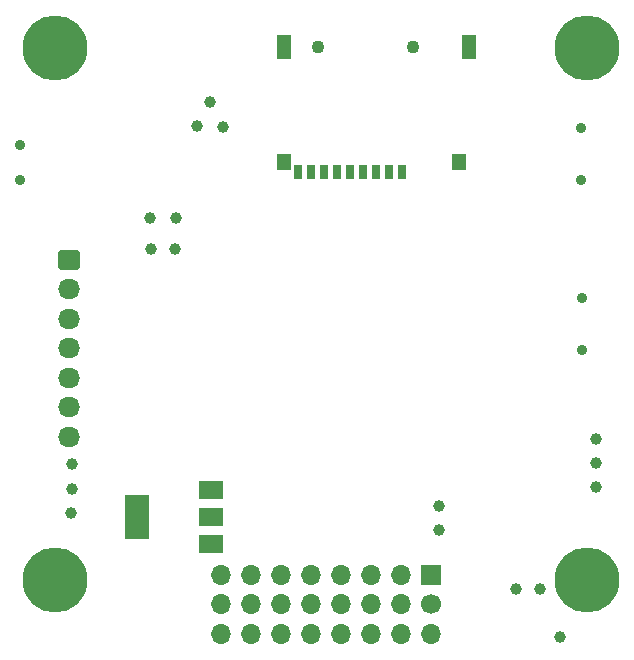
<source format=gbs>
G04 #@! TF.GenerationSoftware,KiCad,Pcbnew,(6.0.1)*
G04 #@! TF.CreationDate,2022-07-12T15:15:51+02:00*
G04 #@! TF.ProjectId,flightController,666c6967-6874-4436-9f6e-74726f6c6c65,1.0*
G04 #@! TF.SameCoordinates,Original*
G04 #@! TF.FileFunction,Soldermask,Bot*
G04 #@! TF.FilePolarity,Negative*
%FSLAX46Y46*%
G04 Gerber Fmt 4.6, Leading zero omitted, Abs format (unit mm)*
G04 Created by KiCad (PCBNEW (6.0.1)) date 2022-07-12 15:15:51*
%MOMM*%
%LPD*%
G01*
G04 APERTURE LIST*
G04 Aperture macros list*
%AMRoundRect*
0 Rectangle with rounded corners*
0 $1 Rounding radius*
0 $2 $3 $4 $5 $6 $7 $8 $9 X,Y pos of 4 corners*
0 Add a 4 corners polygon primitive as box body*
4,1,4,$2,$3,$4,$5,$6,$7,$8,$9,$2,$3,0*
0 Add four circle primitives for the rounded corners*
1,1,$1+$1,$2,$3*
1,1,$1+$1,$4,$5*
1,1,$1+$1,$6,$7*
1,1,$1+$1,$8,$9*
0 Add four rect primitives between the rounded corners*
20,1,$1+$1,$2,$3,$4,$5,0*
20,1,$1+$1,$4,$5,$6,$7,0*
20,1,$1+$1,$6,$7,$8,$9,0*
20,1,$1+$1,$8,$9,$2,$3,0*%
G04 Aperture macros list end*
%ADD10C,5.500000*%
%ADD11RoundRect,0.250000X-0.675000X0.600000X-0.675000X-0.600000X0.675000X-0.600000X0.675000X0.600000X0*%
%ADD12O,1.850000X1.700000*%
%ADD13R,1.700000X1.700000*%
%ADD14O,1.700000X1.700000*%
%ADD15C,0.900000*%
%ADD16C,1.700000*%
%ADD17C,1.000000*%
%ADD18R,0.700000X1.300000*%
%ADD19R,1.200000X1.400000*%
%ADD20R,1.200000X2.000000*%
%ADD21C,1.100000*%
%ADD22R,2.000000X1.500000*%
%ADD23R,2.000000X3.800000*%
G04 APERTURE END LIST*
D10*
X76000000Y-128020000D03*
D11*
X77200000Y-100930000D03*
D12*
X77200000Y-103430000D03*
X77200000Y-105930000D03*
X77200000Y-108430000D03*
X77200000Y-110930000D03*
X77200000Y-113430000D03*
X77200000Y-115930000D03*
D10*
X121000000Y-128020000D03*
D13*
X107835000Y-127600000D03*
D14*
X105295000Y-127600000D03*
X102755000Y-127600000D03*
X100215000Y-127600000D03*
X97675000Y-127600000D03*
X95135000Y-127600000D03*
X92595000Y-127600000D03*
X90055000Y-127600000D03*
D15*
X120625000Y-104200000D03*
X120625000Y-108600000D03*
D16*
X107845000Y-130110000D03*
D14*
X107845000Y-132650000D03*
X105305000Y-130110000D03*
X105305000Y-132650000D03*
X102765000Y-130110000D03*
X102765000Y-132650000D03*
X100225000Y-130110000D03*
X100225000Y-132650000D03*
X97685000Y-130110000D03*
X97685000Y-132650000D03*
X95145000Y-130110000D03*
X95145000Y-132650000D03*
X92605000Y-130110000D03*
X92605000Y-132650000D03*
X90065000Y-130110000D03*
X90065000Y-132650000D03*
D15*
X120565000Y-89830000D03*
X120565000Y-94230000D03*
X73070000Y-94190000D03*
X73070000Y-91190000D03*
D10*
X76000000Y-83020000D03*
X121000000Y-83020000D03*
D17*
X121802500Y-118150000D03*
X118790000Y-132880000D03*
X84002500Y-97370000D03*
X89100000Y-87600000D03*
X77375000Y-122400000D03*
X88000000Y-89620000D03*
X108530000Y-121820000D03*
X117050000Y-128820000D03*
X121810000Y-116100000D03*
X108530000Y-123830000D03*
X121777500Y-120200000D03*
X86202500Y-97400000D03*
X115027500Y-128795000D03*
D18*
X105390000Y-93480000D03*
X104290000Y-93480000D03*
X103190000Y-93480000D03*
X102090000Y-93480000D03*
X100990000Y-93480000D03*
X99890000Y-93480000D03*
X98790000Y-93480000D03*
X97690000Y-93480000D03*
X96590000Y-93480000D03*
D19*
X95390000Y-92630000D03*
D20*
X95390000Y-82930000D03*
X111010000Y-82930000D03*
D19*
X110170000Y-92630000D03*
D21*
X98300000Y-82930000D03*
X106300000Y-82930000D03*
D17*
X86150000Y-100020000D03*
X90250000Y-89670000D03*
X84100000Y-100020000D03*
D22*
X89200000Y-120420000D03*
X89200000Y-122720000D03*
D23*
X82900000Y-122720000D03*
D22*
X89200000Y-125020000D03*
D17*
X77425000Y-118225000D03*
X77400000Y-120320000D03*
M02*

</source>
